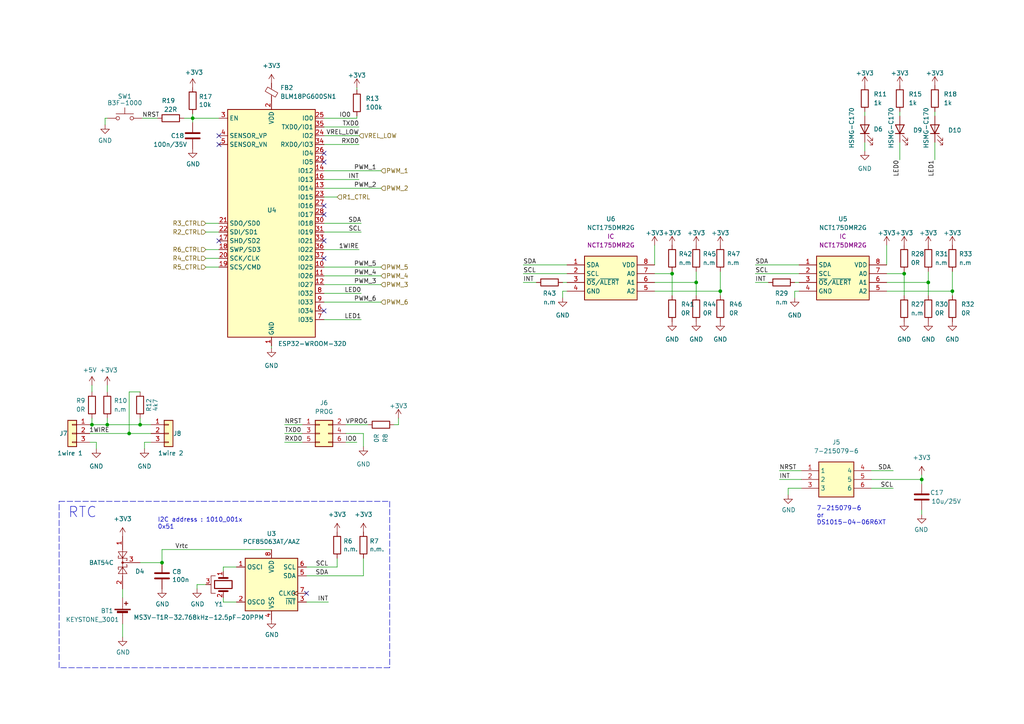
<source format=kicad_sch>
(kicad_sch (version 20211123) (generator eeschema)
  (paper "A4")
  (lib_symbols
    (symbol "Connector_Generic:Conn_01x03" (pin_names (offset 1.016) hide)
      (property "Reference" "J" (at 0 5.08 0))
      (property "Value" "Conn_01x03" (at 0 -5.08 0))
      (symbol "Conn_01x03_1_1"
        (rectangle (start -1.27 -2.413) (end 0 -2.667) (stroke (width 0.1524)))
        (rectangle (start -1.27 0.127) (end 0 -0.127) (stroke (width 0.1524)))
        (rectangle (start -1.27 2.667) (end 0 2.413) (stroke (width 0.1524)))
        (rectangle (start -1.27 3.81) (end 1.27 -3.81) (stroke (width 0.254)) (fill (type background)))
        (pin passive line (at -5.08 2.54 0) (length 3.81) (name "Pin_1") (number "1"))
        (pin passive line (at -5.08 0 0) (length 3.81) (name "Pin_2") (number "2"))
        (pin passive line (at -5.08 -2.54 0) (length 3.81) (name "Pin_3") (number "3"))
      )
    )
    (symbol "Connector_Generic:Conn_02x03_Odd_Even" (pin_names (offset 1.016) hide)
      (property "Reference" "J" (at 1.27 5.08 0))
      (property "Value" "Conn_02x03_Odd_Even" (at 1.27 -5.08 0))
      (symbol "Conn_02x03_Odd_Even_1_1"
        (rectangle (start -1.27 -2.413) (end 0 -2.667) (stroke (width 0.1524)))
        (rectangle (start -1.27 0.127) (end 0 -0.127) (stroke (width 0.1524)))
        (rectangle (start -1.27 2.667) (end 0 2.413) (stroke (width 0.1524)))
        (rectangle (start -1.27 3.81) (end 3.81 -3.81) (stroke (width 0.254)) (fill (type background)))
        (rectangle (start 3.81 -2.413) (end 2.54 -2.667) (stroke (width 0.1524)))
        (rectangle (start 3.81 0.127) (end 2.54 -0.127) (stroke (width 0.1524)))
        (rectangle (start 3.81 2.667) (end 2.54 2.413) (stroke (width 0.1524)))
        (pin passive line (at -5.08 2.54 0) (length 3.81) (name "Pin_1") (number "1"))
        (pin passive line (at 7.62 2.54 180) (length 3.81) (name "Pin_2") (number "2"))
        (pin passive line (at -5.08 0 0) (length 3.81) (name "Pin_3") (number "3"))
        (pin passive line (at 7.62 0 180) (length 3.81) (name "Pin_4") (number "4"))
        (pin passive line (at -5.08 -2.54 0) (length 3.81) (name "Pin_5") (number "5"))
        (pin passive line (at 7.62 -2.54 180) (length 3.81) (name "Pin_6") (number "6"))
      )
    )
    (symbol "Device:Battery_Cell" (pin_numbers hide) (pin_names (offset 0) hide)
      (property "Reference" "BT" (at 2.54 2.54 0))
      (property "Value" "Battery_Cell" (at 2.54 0 0))
      (symbol "Battery_Cell_0_1"
        (rectangle (start -2.286 1.778) (end 2.286 1.524) (fill (type outline)))
        (rectangle (start -1.5748 1.1938) (end 1.4732 0.6858) (fill (type outline)))
        (polyline (pts (xy 0 0.762) (xy 0 0)))
        (polyline (pts (xy 0 1.778) (xy 0 2.54)))
        (polyline (pts (xy 0.508 3.429) (xy 1.524 3.429)) (stroke (width 0.254)))
        (polyline (pts (xy 1.016 3.937) (xy 1.016 2.921)) (stroke (width 0.254)))
      )
      (symbol "Battery_Cell_1_1"
        (pin passive line (at 0 5.08 270) (length 2.54) (name "+") (number "1"))
        (pin passive line (at 0 -2.54 90) (length 2.54) (name "-") (number "2"))
      )
    )
    (symbol "Device:C" (pin_numbers hide) (pin_names (offset 0.254))
      (property "Reference" "C" (at 0.635 2.54 0))
      (property "Value" "C" (at 0.635 -2.54 0))
      (symbol "C_0_1"
        (polyline (pts (xy -2.032 -0.762) (xy 2.032 -0.762)) (stroke (width 0.508)))
        (polyline (pts (xy -2.032 0.762) (xy 2.032 0.762)) (stroke (width 0.508)))
      )
      (symbol "C_1_1"
        (pin passive line (at 0 3.81 270) (length 2.794) (name "~") (number "1"))
        (pin passive line (at 0 -3.81 90) (length 2.794) (name "~") (number "2"))
      )
    )
    (symbol "Device:Crystal_GND3" (pin_names (offset 1.016) hide)
      (property "Reference" "Y" (at 0 5.715 0))
      (property "Value" "Crystal_GND3" (at 0 3.81 0))
      (symbol "Crystal_GND3_0_1"
        (rectangle (start -1.143 2.54) (end 1.143 -2.54) (stroke (width 0.3048)))
        (polyline (pts (xy -2.54 0) (xy -1.905 0)))
        (polyline (pts (xy -1.905 -1.27) (xy -1.905 1.27)) (stroke (width 0.508)))
        (polyline (pts (xy 0 -3.81) (xy 0 -3.556)))
        (polyline (pts (xy 1.905 0) (xy 2.54 0)))
        (polyline (pts (xy 1.905 1.27) (xy 1.905 -1.27)) (stroke (width 0.508)))
        (polyline (pts (xy -2.54 -2.286) (xy -2.54 -3.556) (xy 2.54 -3.556) (xy 2.54 -2.286)))
      )
      (symbol "Crystal_GND3_1_1"
        (pin passive line (at -3.81 0 0) (length 1.27) (name "1") (number "1"))
        (pin passive line (at 3.81 0 180) (length 1.27) (name "2") (number "2"))
        (pin passive line (at 0 -5.08 90) (length 1.27) (name "3") (number "3"))
      )
    )
    (symbol "Device:FerriteBead_Small" (pin_numbers hide) (pin_names (offset 0))
      (property "Reference" "FB" (at 1.905 1.27 0))
      (property "Value" "FerriteBead_Small" (at 1.905 -1.27 0))
      (symbol "FerriteBead_Small_0_1"
        (polyline (pts (xy 0 -1.27) (xy 0 -0.7874)))
        (polyline (pts (xy 0 0.889) (xy 0 1.2954)))
        (polyline (pts (xy -1.8288 0.2794) (xy -1.1176 1.4986) (xy 1.8288 -0.2032) (xy 1.1176 -1.4224) (xy -1.8288 0.2794)))
      )
      (symbol "FerriteBead_Small_1_1"
        (pin passive line (at 0 2.54 270) (length 1.27) (name "~") (number "1"))
        (pin passive line (at 0 -2.54 90) (length 1.27) (name "~") (number "2"))
      )
    )
    (symbol "Device:LED" (pin_numbers hide) (pin_names (offset 1.016) hide)
      (property "Reference" "D" (at 0 2.54 0))
      (property "Value" "LED" (at 0 -2.54 0))
      (symbol "LED_0_1"
        (polyline (pts (xy -1.27 -1.27) (xy -1.27 1.27)) (stroke (width 0.254)))
        (polyline (pts (xy -1.27 0) (xy 1.27 0)))
        (polyline (pts (xy 1.27 -1.27) (xy 1.27 1.27) (xy -1.27 0) (xy 1.27 -1.27)) (stroke (width 0.254)))
        (polyline (pts (xy -3.048 -0.762) (xy -4.572 -2.286) (xy -3.81 -2.286) (xy -4.572 -2.286) (xy -4.572 -1.524)))
        (polyline (pts (xy -1.778 -0.762) (xy -3.302 -2.286) (xy -2.54 -2.286) (xy -3.302 -2.286) (xy -3.302 -1.524)))
      )
      (symbol "LED_1_1"
        (pin passive line (at -3.81 0 0) (length 2.54) (name "K") (number "1"))
        (pin passive line (at 3.81 0 180) (length 2.54) (name "A") (number "2"))
      )
    )
    (symbol "Device:R" (pin_numbers hide) (pin_names (offset 0))
      (property "Reference" "R" (at 2.032 0 90))
      (property "Value" "R" (at 0 0 90))
      (symbol "R_0_1"
        (rectangle (start -1.016 -2.54) (end 1.016 2.54) (stroke (width 0.254)))
      )
      (symbol "R_1_1"
        (pin passive line (at 0 3.81 270) (length 1.27) (name "~") (number "1"))
        (pin passive line (at 0 -3.81 90) (length 1.27) (name "~") (number "2"))
      )
    )
    (symbol "Diode:BAT54C" (pin_names (offset 1.016))
      (property "Reference" "D" (at 0.635 -3.81 0))
      (property "Value" "BAT54C" (at -6.35 3.175 0))
      (symbol "BAT54C_0_1"
        (polyline (pts (xy -1.905 0) (xy 1.905 0)))
        (polyline (pts (xy -1.905 1.27) (xy -1.905 1.016)))
        (polyline (pts (xy -1.27 -1.27) (xy -0.635 -1.27)))
        (polyline (pts (xy -1.27 0) (xy -3.81 0)))
        (polyline (pts (xy -1.27 1.27) (xy -1.905 1.27)))
        (polyline (pts (xy -1.27 1.27) (xy -1.27 -1.27)))
        (polyline (pts (xy -0.635 -1.27) (xy -0.635 -1.016)))
        (polyline (pts (xy 0.635 -1.27) (xy 0.635 -1.016)))
        (polyline (pts (xy 1.27 -1.27) (xy 0.635 -1.27)))
        (polyline (pts (xy 1.27 1.27) (xy 1.27 -1.27)))
        (polyline (pts (xy 1.27 1.27) (xy 1.905 1.27)))
        (polyline (pts (xy 1.905 1.27) (xy 1.905 1.016)))
        (polyline (pts (xy 3.81 0) (xy 1.27 0)))
        (polyline (pts (xy -3.175 -1.27) (xy -3.175 1.27) (xy -1.27 0) (xy -3.175 -1.27)))
        (polyline (pts (xy 3.175 -1.27) (xy 3.175 1.27) (xy 1.27 0) (xy 3.175 -1.27)))
        (circle (center 0 0) (radius 0.254) (fill (type outline)))
      )
      (symbol "BAT54C_1_1"
        (pin passive line (at -7.62 0 0) (length 3.81) (name "~") (number "1"))
        (pin passive line (at 7.62 0 180) (length 3.81) (name "~") (number "2"))
        (pin passive line (at 0 -5.08 90) (length 5.08) (name "~") (number "3"))
      )
    )
    (symbol "RF_Module:ESP32-WROOM-32D"
      (property "Reference" "U" (at -12.7 34.29 0))
      (property "Value" "ESP32-WROOM-32D" (at 1.27 34.29 0))
      (symbol "ESP32-WROOM-32D_0_1"
        (rectangle (start -12.7 33.02) (end 12.7 -33.02) (stroke (width 0.254)) (fill (type background)))
      )
      (symbol "ESP32-WROOM-32D_1_1"
        (pin power_in line (at 0 -35.56 90) (length 2.54) (name "GND") (number "1"))
        (pin bidirectional line (at 15.24 -12.7 180) (length 2.54) (name "IO25") (number "10"))
        (pin bidirectional line (at 15.24 -15.24 180) (length 2.54) (name "IO26") (number "11"))
        (pin bidirectional line (at 15.24 -17.78 180) (length 2.54) (name "IO27") (number "12"))
        (pin bidirectional line (at 15.24 10.16 180) (length 2.54) (name "IO14") (number "13"))
        (pin bidirectional line (at 15.24 15.24 180) (length 2.54) (name "IO12") (number "14"))
        (pin passive line (at 0 -35.56 90) (length 2.54) hide (name "GND") (number "15"))
        (pin bidirectional line (at 15.24 12.7 180) (length 2.54) (name "IO13") (number "16"))
        (pin bidirectional line (at -15.24 -5.08 0) (length 2.54) (name "SHD/SD2") (number "17"))
        (pin bidirectional line (at -15.24 -7.62 0) (length 2.54) (name "SWP/SD3") (number "18"))
        (pin bidirectional line (at -15.24 -12.7 0) (length 2.54) (name "SCS/CMD") (number "19"))
        (pin power_in line (at 0 35.56 270) (length 2.54) (name "VDD") (number "2"))
        (pin bidirectional line (at -15.24 -10.16 0) (length 2.54) (name "SCK/CLK") (number "20"))
        (pin bidirectional line (at -15.24 0 0) (length 2.54) (name "SDO/SD0") (number "21"))
        (pin bidirectional line (at -15.24 -2.54 0) (length 2.54) (name "SDI/SD1") (number "22"))
        (pin bidirectional line (at 15.24 7.62 180) (length 2.54) (name "IO15") (number "23"))
        (pin bidirectional line (at 15.24 25.4 180) (length 2.54) (name "IO2") (number "24"))
        (pin bidirectional line (at 15.24 30.48 180) (length 2.54) (name "IO0") (number "25"))
        (pin bidirectional line (at 15.24 20.32 180) (length 2.54) (name "IO4") (number "26"))
        (pin bidirectional line (at 15.24 5.08 180) (length 2.54) (name "IO16") (number "27"))
        (pin bidirectional line (at 15.24 2.54 180) (length 2.54) (name "IO17") (number "28"))
        (pin bidirectional line (at 15.24 17.78 180) (length 2.54) (name "IO5") (number "29"))
        (pin input line (at -15.24 30.48 0) (length 2.54) (name "EN") (number "3"))
        (pin bidirectional line (at 15.24 0 180) (length 2.54) (name "IO18") (number "30"))
        (pin bidirectional line (at 15.24 -2.54 180) (length 2.54) (name "IO19") (number "31"))
        (pin no_connect line (at -12.7 -27.94 0) (length 2.54) hide (name "NC") (number "32"))
        (pin bidirectional line (at 15.24 -5.08 180) (length 2.54) (name "IO21") (number "33"))
        (pin bidirectional line (at 15.24 22.86 180) (length 2.54) (name "RXD0/IO3") (number "34"))
        (pin bidirectional line (at 15.24 27.94 180) (length 2.54) (name "TXD0/IO1") (number "35"))
        (pin bidirectional line (at 15.24 -7.62 180) (length 2.54) (name "IO22") (number "36"))
        (pin bidirectional line (at 15.24 -10.16 180) (length 2.54) (name "IO23") (number "37"))
        (pin passive line (at 0 -35.56 90) (length 2.54) hide (name "GND") (number "38"))
        (pin passive line (at 0 -35.56 90) (length 2.54) hide (name "GND") (number "39"))
        (pin input line (at -15.24 25.4 0) (length 2.54) (name "SENSOR_VP") (number "4"))
        (pin input line (at -15.24 22.86 0) (length 2.54) (name "SENSOR_VN") (number "5"))
        (pin input line (at 15.24 -25.4 180) (length 2.54) (name "IO34") (number "6"))
        (pin input line (at 15.24 -27.94 180) (length 2.54) (name "IO35") (number "7"))
        (pin bidirectional line (at 15.24 -20.32 180) (length 2.54) (name "IO32") (number "8"))
        (pin bidirectional line (at 15.24 -22.86 180) (length 2.54) (name "IO33") (number "9"))
      )
    )
    (symbol "SIM:7-215079-6"
      (property "Reference" "J" (at 10.16 6.35 0))
      (property "Value" "7-215079-6" (at 10.16 3.81 0))
      (symbol "7-215079-6_1_1"
        (rectangle (start 5.08 2.54) (end 15.24 -7.62) (stroke (width 0.254)) (fill (type background)))
        (pin passive line (at 0 0 0) (length 5.08) (name "1") (number "1"))
        (pin passive line (at 0 -2.54 0) (length 5.08) (name "2") (number "2"))
        (pin passive line (at 0 -5.08 0) (length 5.08) (name "3") (number "3"))
        (pin passive line (at 20.32 0 180) (length 5.08) (name "4") (number "4"))
        (pin passive line (at 20.32 -2.54 180) (length 5.08) (name "5") (number "5"))
        (pin passive line (at 20.32 -5.08 180) (length 5.08) (name "6") (number "6"))
      )
    )
    (symbol "SIM:NCT175DMR2G"
      (property "Reference" "U" (at 12.7 6.35 0))
      (property "Value" "NCT175DMR2G" (at 12.7 3.81 0))
      (symbol "NCT175DMR2G_1_1"
        (rectangle (start 5.08 2.54) (end 20.32 -10.16) (stroke (width 0.254)) (fill (type background)))
        (pin passive line (at 0 0 0) (length 5.08) (name "SDA") (number "1"))
        (pin passive line (at 0 -2.54 0) (length 5.08) (name "SCL") (number "2"))
        (pin passive line (at 0 -5.08 0) (length 5.08) (name "~{OS}/~{ALERT}") (number "3"))
        (pin power_in line (at 0 -7.62 0) (length 5.08) (name "GND") (number "4"))
        (pin passive line (at 25.4 -7.62 180) (length 5.08) (name "A2") (number "5"))
        (pin passive line (at 25.4 -5.08 180) (length 5.08) (name "A1") (number "6"))
        (pin passive line (at 25.4 -2.54 180) (length 5.08) (name "A0") (number "7"))
        (pin power_in line (at 25.4 0 180) (length 5.08) (name "VDD") (number "8"))
      )
    )
    (symbol "Switch:SW_MEC_5G" (pin_numbers hide) (pin_names (offset 1.016) hide)
      (property "Reference" "SW" (at 1.27 2.54 0))
      (property "Value" "SW_MEC_5G" (at 0 -1.524 0))
      (symbol "SW_MEC_5G_0_1"
        (circle (center -2.032 0) (radius 0.508))
        (polyline (pts (xy 0 1.27) (xy 0 3.048)))
        (polyline (pts (xy 2.54 1.27) (xy -2.54 1.27)))
        (circle (center 2.032 0) (radius 0.508))
        (pin passive line (at -5.08 0 0) (length 2.54) (name "A") (number "1"))
        (pin passive line (at 5.08 0 180) (length 2.54) (name "B") (number "3"))
      )
      (symbol "SW_MEC_5G_1_1"
        (pin passive line (at -5.08 0 0) (length 2.54) hide (name "A") (number "2"))
        (pin passive line (at 5.08 0 180) (length 2.54) hide (name "B") (number "4"))
      )
    )
    (symbol "Timer_RTC:PCF8563T"
      (property "Reference" "U" (at -7.62 8.89 0))
      (property "Value" "PCF8563T" (at 2.54 8.89 0))
      (symbol "PCF8563T_0_1"
        (rectangle (start -7.62 7.62) (end 7.62 -7.62) (stroke (width 0.254)) (fill (type background)))
      )
      (symbol "PCF8563T_1_1"
        (pin input line (at -10.16 5.08 0) (length 2.54) (name "OSCI") (number "1"))
        (pin output line (at -10.16 -5.08 0) (length 2.54) (name "OSCO") (number "2"))
        (pin output line (at 10.16 -5.08 180) (length 2.54) (name "~{INT}") (number "3"))
        (pin power_in line (at 0 -10.16 90) (length 2.54) (name "VSS") (number "4"))
        (pin bidirectional line (at 10.16 2.54 180) (length 2.54) (name "SDA") (number "5"))
        (pin input line (at 10.16 5.08 180) (length 2.54) (name "SCL") (number "6"))
        (pin output clock (at 10.16 -2.54 180) (length 2.54) (name "CLKO") (number "7"))
        (pin power_in line (at 0 10.16 270) (length 2.54) (name "VDD") (number "8"))
      )
    )
    (symbol "power:+3V3" (power) (pin_names (offset 0))
      (property "Value" "+3V3" (at 0 3.556 0))
      (symbol "+3V3_0_1"
        (polyline (pts (xy -0.762 1.27) (xy 0 2.54)))
        (polyline (pts (xy 0 0) (xy 0 2.54)))
        (polyline (pts (xy 0 2.54) (xy 0.762 1.27)))
      )
      (symbol "+3V3_1_1"
        (pin power_in line (at 0 0 90) (length 0) hide (name "+3V3") (number "1"))
      )
    )
    (symbol "power:+5V" (power) (pin_names (offset 0))
      (property "Value" "+5V" (at 0 3.556 0))
      (symbol "+5V_0_1"
        (polyline (pts (xy -0.762 1.27) (xy 0 2.54)))
        (polyline (pts (xy 0 0) (xy 0 2.54)))
        (polyline (pts (xy 0 2.54) (xy 0.762 1.27)))
      )
      (symbol "+5V_1_1"
        (pin power_in line (at 0 0 90) (length 0) hide (name "+5V") (number "1"))
      )
    )
    (symbol "power:GND" (power) (pin_names (offset 0))
      (property "Value" "GND" (at 0 -3.81 0))
      (symbol "GND_0_1"
        (polyline (pts (xy 0 0) (xy 0 -1.27) (xy 1.27 -1.27) (xy 0 -2.54) (xy -1.27 -1.27) (xy 0 -1.27)))
      )
      (symbol "GND_1_1"
        (pin power_in line (at 0 0 270) (length 0) hide (name "GND") (number "1"))
      )
    )
  )
  (junction (at 31.115 123.19))
  (junction (at 37.465 125.73))
  (junction (at 194.945 79.375))
  (junction (at 26.67 123.19))
  (junction (at 201.93 81.915))
  (junction (at 262.255 79.375))
  (junction (at 46.99 163.195))
  (junction (at 276.225 84.455))
  (junction (at 267.335 139.065))
  (junction (at 55.88 34.29))
  (junction (at 208.915 84.455))
  (junction (at 269.24 81.915))
  (junction (at 40.64 123.19))
  (no_connect (at 63.5 39.37))
  (no_connect (at 63.5 69.85))
  (no_connect (at 93.98 69.85))
  (no_connect (at 93.98 74.93))
  (no_connect (at 93.98 59.69))
  (no_connect (at 93.98 44.45))
  (no_connect (at 93.98 90.17))
  (no_connect (at 93.98 62.23))
  (no_connect (at 63.5 41.91))
  (no_connect (at 93.98 46.99))
  (no_connect (at 88.9 172.085))
  (polyline (pts (xy 17.145 193.675) (xy 17.145 145.415)))
  (wire (pts (xy 230.505 84.455) (xy 230.505 86.36)))
  (polyline (pts (xy 113.03 145.415) (xy 113.03 193.675)))
  (wire (pts (xy 40.64 123.19) (xy 43.815 123.19)))
  (wire (pts (xy 100.33 123.19) (xy 106.68 123.19)))
  (wire (pts (xy 262.255 79.375) (xy 262.255 85.725)))
  (wire (pts (xy 219.075 79.375) (xy 231.775 79.375)))
  (wire (pts (xy 260.985 33.655) (xy 260.985 32.385)))
  (wire (pts (xy 164.465 84.455) (xy 163.195 84.455)))
  (wire (pts (xy 57.15 170.815) (xy 57.15 169.545)))
  (wire (pts (xy 78.74 100.965) (xy 78.74 100.33)))
  (wire (pts (xy 93.98 54.61) (xy 110.49 54.61)))
  (wire (pts (xy 93.98 87.63) (xy 110.49 87.63)))
  (wire (pts (xy 115.57 121.285) (xy 115.57 123.19)))
  (wire (pts (xy 151.765 76.835) (xy 164.465 76.835)))
  (wire (pts (xy 103.505 34.29) (xy 93.98 34.29)))
  (wire (pts (xy 257.175 84.455) (xy 276.225 84.455)))
  (wire (pts (xy 31.115 123.19) (xy 40.64 123.19)))
  (wire (pts (xy 271.145 41.275) (xy 271.145 46.355)))
  (wire (pts (xy 93.98 82.55) (xy 110.49 82.55)))
  (wire (pts (xy 189.865 79.375) (xy 194.945 79.375)))
  (wire (pts (xy 257.175 76.835) (xy 257.175 71.12)))
  (wire (pts (xy 252.73 139.065) (xy 267.335 139.065)))
  (wire (pts (xy 104.14 52.07) (xy 93.98 52.07)))
  (wire (pts (xy 93.98 85.09) (xy 104.775 85.09)))
  (wire (pts (xy 103.505 26.035) (xy 103.505 25.4)))
  (wire (pts (xy 231.775 84.455) (xy 230.505 84.455)))
  (wire (pts (xy 93.98 49.53) (xy 110.49 49.53)))
  (wire (pts (xy 26.67 123.19) (xy 31.115 123.19)))
  (wire (pts (xy 93.98 67.31) (xy 104.775 67.31)))
  (wire (pts (xy 59.69 77.47) (xy 63.5 77.47)))
  (polyline (pts (xy 17.145 145.415) (xy 113.03 145.415)))
  (wire (pts (xy 57.15 169.545) (xy 59.69 169.545)))
  (wire (pts (xy 93.98 92.71) (xy 104.775 92.71)))
  (wire (pts (xy 252.73 141.605) (xy 259.08 141.605)))
  (wire (pts (xy 201.93 78.74) (xy 201.93 81.915)))
  (wire (pts (xy 100.33 128.27) (xy 103.505 128.27)))
  (wire (pts (xy 55.88 34.29) (xy 55.88 33.02)))
  (wire (pts (xy 189.865 84.455) (xy 208.915 84.455)))
  (wire (pts (xy 194.945 79.375) (xy 194.945 78.74)))
  (wire (pts (xy 228.6 141.605) (xy 232.41 141.605)))
  (wire (pts (xy 59.69 67.31) (xy 63.5 67.31)))
  (wire (pts (xy 226.06 139.065) (xy 232.41 139.065)))
  (wire (pts (xy 230.505 81.915) (xy 231.775 81.915)))
  (wire (pts (xy 26.035 128.27) (xy 27.94 128.27)))
  (wire (pts (xy 151.765 79.375) (xy 164.465 79.375)))
  (wire (pts (xy 232.41 136.525) (xy 226.06 136.525)))
  (wire (pts (xy 219.075 81.915) (xy 222.885 81.915)))
  (wire (pts (xy 30.48 34.29) (xy 30.48 36.195)))
  (wire (pts (xy 250.825 33.655) (xy 250.825 32.385)))
  (wire (pts (xy 194.945 79.375) (xy 194.945 85.725)))
  (wire (pts (xy 88.9 164.465) (xy 97.79 164.465)))
  (wire (pts (xy 64.77 173.355) (xy 64.77 174.625)))
  (wire (pts (xy 31.115 34.29) (xy 30.48 34.29)))
  (wire (pts (xy 257.175 79.375) (xy 262.255 79.375)))
  (wire (pts (xy 276.225 84.455) (xy 276.225 78.74)))
  (wire (pts (xy 35.56 180.975) (xy 35.56 184.785)))
  (wire (pts (xy 64.77 164.465) (xy 64.77 165.735)))
  (wire (pts (xy 269.24 78.74) (xy 269.24 81.915)))
  (wire (pts (xy 26.035 123.19) (xy 26.67 123.19)))
  (wire (pts (xy 104.14 39.37) (xy 93.98 39.37)))
  (wire (pts (xy 26.67 123.19) (xy 26.67 121.285)))
  (wire (pts (xy 259.08 136.525) (xy 252.73 136.525)))
  (wire (pts (xy 260.985 41.275) (xy 260.985 46.355)))
  (wire (pts (xy 82.55 125.73) (xy 87.63 125.73)))
  (wire (pts (xy 93.98 77.47) (xy 110.49 77.47)))
  (wire (pts (xy 189.865 76.835) (xy 189.865 71.12)))
  (wire (pts (xy 105.41 167.005) (xy 105.41 161.925)))
  (wire (pts (xy 104.14 36.83) (xy 93.98 36.83)))
  (wire (pts (xy 46.99 163.195) (xy 46.99 159.385)))
  (wire (pts (xy 219.075 76.835) (xy 231.775 76.835)))
  (wire (pts (xy 37.465 113.665) (xy 37.465 125.73)))
  (wire (pts (xy 55.88 35.56) (xy 55.88 34.29)))
  (wire (pts (xy 37.465 125.73) (xy 43.815 125.73)))
  (wire (pts (xy 267.335 149.225) (xy 267.335 147.955)))
  (wire (pts (xy 40.64 163.195) (xy 46.99 163.195)))
  (wire (pts (xy 53.34 34.29) (xy 55.88 34.29)))
  (wire (pts (xy 103.505 33.655) (xy 103.505 34.29)))
  (wire (pts (xy 59.69 74.93) (xy 63.5 74.93)))
  (wire (pts (xy 31.115 111.76) (xy 31.115 113.665)))
  (wire (pts (xy 97.79 164.465) (xy 97.79 161.925)))
  (wire (pts (xy 189.865 81.915) (xy 201.93 81.915)))
  (wire (pts (xy 271.145 33.655) (xy 271.145 32.385)))
  (wire (pts (xy 31.115 121.285) (xy 31.115 123.19)))
  (wire (pts (xy 267.335 139.065) (xy 267.335 140.335)))
  (wire (pts (xy 269.24 81.915) (xy 269.24 85.725)))
  (wire (pts (xy 115.57 123.19) (xy 114.3 123.19)))
  (wire (pts (xy 40.64 121.285) (xy 40.64 123.19)))
  (wire (pts (xy 82.55 128.27) (xy 87.63 128.27)))
  (wire (pts (xy 163.195 81.915) (xy 164.465 81.915)))
  (wire (pts (xy 151.765 81.915) (xy 155.575 81.915)))
  (wire (pts (xy 257.175 81.915) (xy 269.24 81.915)))
  (polyline (pts (xy 113.03 193.675) (xy 17.145 193.675)))
  (wire (pts (xy 228.6 141.605) (xy 228.6 143.51)))
  (wire (pts (xy 100.33 125.73) (xy 105.41 125.73)))
  (wire (pts (xy 208.915 84.455) (xy 208.915 78.74)))
  (wire (pts (xy 59.69 72.39) (xy 63.5 72.39)))
  (wire (pts (xy 26.035 125.73) (xy 37.465 125.73)))
  (wire (pts (xy 276.225 84.455) (xy 276.225 85.725)))
  (wire (pts (xy 43.815 128.27) (xy 41.91 128.27)))
  (wire (pts (xy 201.93 81.915) (xy 201.93 85.725)))
  (wire (pts (xy 68.58 174.625) (xy 64.77 174.625)))
  (wire (pts (xy 105.41 125.73) (xy 105.41 129.54)))
  (wire (pts (xy 41.91 128.27) (xy 41.91 130.175)))
  (wire (pts (xy 97.79 57.15) (xy 93.98 57.15)))
  (wire (pts (xy 267.335 139.065) (xy 267.335 137.795)))
  (wire (pts (xy 93.98 64.77) (xy 104.775 64.77)))
  (wire (pts (xy 59.69 64.77) (xy 63.5 64.77)))
  (wire (pts (xy 250.825 41.275) (xy 250.825 43.815)))
  (wire (pts (xy 41.275 34.29) (xy 45.72 34.29)))
  (wire (pts (xy 82.55 123.19) (xy 87.63 123.19)))
  (wire (pts (xy 68.58 164.465) (xy 64.77 164.465)))
  (wire (pts (xy 93.98 80.01) (xy 110.49 80.01)))
  (wire (pts (xy 46.99 159.385) (xy 78.74 159.385)))
  (wire (pts (xy 104.14 41.91) (xy 93.98 41.91)))
  (wire (pts (xy 27.94 128.27) (xy 27.94 130.175)))
  (wire (pts (xy 88.9 167.005) (xy 105.41 167.005)))
  (wire (pts (xy 208.915 84.455) (xy 208.915 85.725)))
  (wire (pts (xy 55.88 34.29) (xy 63.5 34.29)))
  (wire (pts (xy 262.255 79.375) (xy 262.255 78.74)))
  (wire (pts (xy 35.56 173.355) (xy 35.56 170.815)))
  (wire (pts (xy 40.64 113.665) (xy 37.465 113.665)))
  (wire (pts (xy 93.98 72.39) (xy 104.14 72.39)))
  (wire (pts (xy 163.195 84.455) (xy 163.195 86.36)))
  (wire (pts (xy 95.25 174.625) (xy 88.9 174.625)))
  (wire (pts (xy 26.67 111.76) (xy 26.67 113.665)))
  (text "RTC" (at 19.685 150.495 0) (effects (font (size 3 3)) (justify left bottom)))
  (text "I2C address : 1010_001x \n0x51" (at 45.72 153.67 0) (effects (font (size 1.27 1.27)) (justify left bottom)))
  (text "7-215079-6\nor\nDS1015-04-06R6XT" (at 236.855 152.4 0) (effects (font (size 1.27 1.27)) (justify left bottom)))
  (label "PWM_2" (at 109.22 54.61 180))
  (label "NRST" (at 41.275 34.29 0))
  (label "PWM_5" (at 109.22 77.47 180))
  (label "SCL" (at 259.08 141.605 180))
  (label "1WIRE" (at 31.75 125.73 180))
  (label "SDA" (at 258.445 136.525 180))
  (label "SCL" (at 219.075 79.375 0))
  (label "INT" (at 226.06 139.065 0))
  (label "SDA" (at 219.075 76.835 0))
  (label "IO0" (at 98.425 34.29 0))
  (label "VREL_LOW" (at 104.14 39.37 180))
  (label "1WIRE" (at 104.14 72.39 180))
  (label "LED1" (at 271.145 46.355 270))
  (label "TXD0" (at 82.55 125.73 0))
  (label "PWM_3" (at 109.22 82.55 180))
  (label "SCL" (at 104.775 67.31 180))
  (label "INT" (at 95.25 174.625 180))
  (label "SCL" (at 151.765 79.375 0))
  (label "VPROG" (at 106.68 123.19 180))
  (label "INT" (at 151.765 81.915 0))
  (label "PWM_1" (at 109.22 49.53 180))
  (label "SCL" (at 95.25 164.465 180))
  (label "LED0" (at 104.775 85.09 180))
  (label "LED0" (at 260.985 46.355 270))
  (label "SDA" (at 95.25 167.005 180))
  (label "NRST" (at 82.55 123.19 0))
  (label "PWM_6" (at 109.22 87.63 180))
  (label "SDA" (at 104.775 64.77 180))
  (label "Vrtc" (at 50.8 159.385 0))
  (label "PWM_4" (at 109.22 80.01 180))
  (label "RXD0" (at 104.14 41.91 180))
  (label "INT" (at 104.14 52.07 180))
  (label "SDA" (at 151.765 76.835 0))
  (label "INT" (at 219.075 81.915 0))
  (label "TXD0" (at 104.14 36.83 180))
  (label "RXD0" (at 82.55 128.27 0))
  (label "NRST" (at 226.06 136.525 0))
  (label "IO0" (at 103.505 128.27 180))
  (label "LED1" (at 104.775 92.71 180))
  (hierarchical_label "VREL_LOW" (shape input) (at 104.14 39.37 0))
  (hierarchical_label "PWM_2" (shape input) (at 110.49 54.61 0))
  (hierarchical_label "R6_CTRL" (shape input) (at 59.69 72.39 180))
  (hierarchical_label "PWM_3" (shape input) (at 110.49 82.55 0))
  (hierarchical_label "R4_CTRL" (shape input) (at 59.69 74.93 180))
  (hierarchical_label "PWM_4" (shape input) (at 110.49 80.01 0))
  (hierarchical_label "R3_CTRL" (shape input) (at 59.69 64.77 180))
  (hierarchical_label "PWM_6" (shape input) (at 110.49 87.63 0))
  (hierarchical_label "R2_CTRL" (shape input) (at 59.69 67.31 180))
  (hierarchical_label "PWM_5" (shape input) (at 110.49 77.47 0))
  (hierarchical_label "R5_CTRL" (shape input) (at 59.69 77.47 180))
  (hierarchical_label "PWM_1" (shape input) (at 110.49 49.53 0))
  (hierarchical_label "R1_CTRL" (shape input) (at 97.79 57.15 0))
  (symbol (lib_id "Device:R") (at 31.115 117.475 0) (mirror y) (unit 1)
    (property "Reference" "R10" (at 33.02 116.2049 0) (effects (justify right)))
    (property "Value" "n.m" (at 33.02 118.7449 0) (effects (justify right)))
    (property "Footprint" "Resistor_SMD:R_0603_1608Metric_Pad0.98x0.95mm_HandSolder" (effects hide))
  )
  (symbol (lib_id "SIM:NCT175DMR2G") (at 164.465 76.835 0) (unit 1)
    (property "Reference" "U6" (at 177.165 63.5 0))
    (property "Value" "NCT175DMR2G" (at 177.165 66.04 0))
    (property "Footprint" "SIM:SOP65P490X110-8N" (effects hide))
    (property "Reference_1" "IC" (at 177.165 68.58 0))
    (property "Value_1" "NCT175DMR2G" (at 177.165 71.12 0))
    (property "Footprint_1" "SOP65P490X110-8N" (effects hide))
    (property "Datasheet_1" "https://datasheet.datasheetarchive.com/originals/distributors/DKDS-18/341717.pdf" (effects hide))
    (property "Height" "1.1" (effects hide))
    (property "Mouser Part Number" "863-NCT175DMR2G" (effects hide))
    (property "Mouser Price/Stock" "https://www.mouser.co.uk/ProductDetail/ON-Semiconductor/NCT175DMR2G?qs=dbuNSGnowt0Ox6FkOxSRjA%3D%3D" (effects hide))
    (property "Manufacturer_Name" "onsemi" (effects hide))
    (property "Manufacturer_Part_Number" "NCT175DMR2G" (effects hide))
  )
  (symbol (lib_id "Device:Battery_Cell") (at 35.56 178.435 0) (unit 1)
    (property "Reference" "BT1" (at 29.21 177.165 0) (effects (justify left)))
    (property "Value" "KEYSTONE_3001" (at 19.05 179.705 0) (effects (justify left)))
    (property "Footprint" "SIM:BatteryHolder_Keystone_3001_1x12mm" (effects hide))
  )
  (symbol (lib_id "Device:R") (at 110.49 123.19 270) (unit 1)
    (property "Reference" "R8" (at 111.7601 125.73 0) (effects (justify left)))
    (property "Value" "0R" (at 109.2201 125.73 0) (effects (justify left)))
    (property "Footprint" "Resistor_SMD:R_0603_1608Metric_Pad0.98x0.95mm_HandSolder" (effects hide))
  )
  (symbol (lib_id "power:GND") (at 269.24 93.345 0) (unit 1)
    (property "Reference" "#PWR0208" (effects hide))
    (property "Value" "GND" (at 269.24 98.425 0))
  )
  (symbol (lib_id "power:+3V3") (at 189.865 71.12 0) (unit 1)
    (property "Reference" "#PWR0215" (effects hide))
    (property "Value" "+3V3" (at 189.865 67.564 0))
  )
  (symbol (lib_id "power:+3V3") (at 260.985 24.765 0) (unit 1)
    (property "Reference" "#PWR0130" (effects hide))
    (property "Value" "+3V3" (at 260.985 21.209 0))
  )
  (symbol (lib_id "RF_Module:ESP32-WROOM-32D") (at 78.74 64.77 0) (unit 1)
    (property "Reference" "U4" (at 77.47 60.96 0) (effects (justify left)))
    (property "Value" "ESP32-WROOM-32D" (at 80.645 99.695 0) (effects (justify left)))
    (property "Footprint" "RF_Module:ESP32-WROOM-32" (effects hide))
    (property "Datasheet" "https://www.espressif.com/sites/default/files/documentation/esp32-wroom-32d_esp32-wroom-32u_datasheet_en.pdf" (effects hide))
  )
  (symbol (lib_id "power:GND") (at 27.94 130.175 0) (unit 1)
    (property "Reference" "#PWR0131" (effects hide))
    (property "Value" "GND" (at 27.94 135.255 0))
  )
  (symbol (lib_id "power:GND") (at 228.6 143.51 0) (unit 1)
    (property "Reference" "#PWR0204" (effects hide))
    (property "Value" "GND" (at 228.727 147.9042 0))
  )
  (symbol (lib_id "power:GND") (at 201.93 93.345 0) (unit 1)
    (property "Reference" "#PWR0217" (effects hide))
    (property "Value" "GND" (at 201.93 98.425 0))
  )
  (symbol (lib_id "Connector_Generic:Conn_01x03") (at 20.955 125.73 0) (mirror y) (unit 1)
    (property "Reference" "J7" (at 18.415 125.73 0))
    (property "Value" "1wire 1" (at 20.32 131.445 0))
    (property "Footprint" "Connector_JST:JST_PH_B3B-PH-K_1x03_P2.00mm_Vertical" (effects hide))
  )
  (symbol (lib_id "Device:C") (at 267.335 144.145 0) (mirror y) (unit 1)
    (property "Reference" "C17" (at 273.685 142.875 0) (effects (justify left)))
    (property "Value" "10u/25V" (at 278.765 145.415 0) (effects (justify left)))
    (property "Footprint" "Capacitor_SMD:C_1206_3216Metric_Pad1.33x1.80mm_HandSolder" (effects hide))
  )
  (symbol (lib_id "Device:R") (at 208.915 74.93 0) (mirror y) (unit 1)
    (property "Reference" "R47" (at 210.82 73.6599 0) (effects (justify right)))
    (property "Value" "n.m" (at 210.82 76.1999 0) (effects (justify right)))
    (property "Footprint" "Resistor_SMD:R_0402_1005Metric_Pad0.72x0.64mm_HandSolder" (effects hide))
  )
  (symbol (lib_id "Device:LED") (at 260.985 37.465 90) (unit 1)
    (property "Reference" "D9" (at 264.795 37.7824 90) (effects (justify right)))
    (property "Value" "HSMG-C170" (at 258.445 31.115 0) (effects (justify right)))
    (property "Footprint" "LED_SMD:LED_0805_2012Metric_Pad1.15x1.40mm_HandSolder" (effects hide))
  )
  (symbol (lib_id "power:GND") (at 41.91 130.175 0) (mirror y) (unit 1)
    (property "Reference" "#PWR0134" (effects hide))
    (property "Value" "GND" (at 41.91 135.255 0))
  )
  (symbol (lib_id "Connector_Generic:Conn_02x03_Odd_Even") (at 92.71 125.73 0) (unit 1)
    (property "Reference" "J6" (at 93.98 116.84 0))
    (property "Value" "PROG" (at 93.98 119.38 0))
    (property "Footprint" "Connector_PinHeader_1.27mm:PinHeader_2x03_P1.27mm_Vertical" (effects hide))
  )
  (symbol (lib_id "Diode:BAT54C") (at 35.56 163.195 90) (mirror x) (unit 1)
    (property "Reference" "D4" (at 41.91 165.735 90) (effects (justify left)))
    (property "Value" "BAT54C" (at 33.02 163.195 90) (effects (justify left)))
    (property "Footprint" "Package_TO_SOT_SMD:SOT-23" (effects hide))
    (property "Datasheet" "http://www.diodes.com/_files/datasheets/ds11005.pdf" (effects hide))
  )
  (symbol (lib_id "power:GND") (at 208.915 93.345 0) (unit 1)
    (property "Reference" "#PWR0218" (effects hide))
    (property "Value" "GND" (at 208.915 98.425 0))
  )
  (symbol (lib_id "Connector_Generic:Conn_01x03") (at 48.895 125.73 0) (unit 1)
    (property "Reference" "J8" (at 51.435 125.73 0))
    (property "Value" "1wire 2" (at 49.53 131.445 0))
    (property "Footprint" "Connector_JST:JST_PH_B3B-PH-K_1x03_P2.00mm_Vertical" (effects hide))
  )
  (symbol (lib_id "Device:R") (at 269.24 89.535 0) (mirror y) (unit 1)
    (property "Reference" "R30" (at 271.145 88.2649 0) (effects (justify right)))
    (property "Value" "0R" (at 271.145 90.8049 0) (effects (justify right)))
    (property "Footprint" "Resistor_SMD:R_0402_1005Metric_Pad0.72x0.64mm_HandSolder" (effects hide))
  )
  (symbol (lib_id "Device:R") (at 40.64 117.475 0) (unit 1)
    (property "Reference" "R12" (at 43.18 117.475 90))
    (property "Value" "4k7" (at 45.085 117.475 90))
    (property "Footprint" "Resistor_SMD:R_0603_1608Metric_Pad0.98x0.95mm_HandSolder" (effects hide))
  )
  (symbol (lib_id "power:GND") (at 276.225 93.345 0) (unit 1)
    (property "Reference" "#PWR0207" (effects hide))
    (property "Value" "GND" (at 276.225 98.425 0))
  )
  (symbol (lib_id "power:+3V3") (at 201.93 71.12 0) (unit 1)
    (property "Reference" "#PWR0221" (effects hide))
    (property "Value" "+3V3" (at 201.93 67.564 0))
  )
  (symbol (lib_id "Device:C") (at 46.99 167.005 0) (unit 1)
    (property "Reference" "C8" (at 49.911 165.8366 0) (effects (justify left)))
    (property "Value" "100n" (at 49.911 168.148 0) (effects (justify left)))
    (property "Footprint" "Capacitor_SMD:C_0603_1608Metric_Pad1.08x0.95mm_HandSolder" (effects hide))
  )
  (symbol (lib_id "power:GND") (at 57.15 170.815 0) (unit 1)
    (property "Reference" "#PWR0137" (effects hide))
    (property "Value" "GND" (at 57.277 175.2092 0))
  )
  (symbol (lib_id "Device:R") (at 271.145 28.575 0) (unit 1)
    (property "Reference" "R18" (at 273.685 27.3049 0) (effects (justify left)))
    (property "Value" "1k" (at 273.685 29.8449 0) (effects (justify left)))
    (property "Footprint" "Resistor_SMD:R_0603_1608Metric_Pad0.98x0.95mm_HandSolder" (effects hide))
  )
  (symbol (lib_id "Device:C") (at 55.88 39.37 0) (unit 1)
    (property "Reference" "C18" (at 49.53 39.37 0) (effects (justify left)))
    (property "Value" "100n/35V" (at 44.45 41.91 0) (effects (justify left)))
    (property "Footprint" "Capacitor_SMD:C_0603_1608Metric_Pad1.08x0.95mm_HandSolder" (effects hide))
  )
  (symbol (lib_id "Device:R") (at 201.93 89.535 0) (mirror y) (unit 1)
    (property "Reference" "R44" (at 203.835 88.2649 0) (effects (justify right)))
    (property "Value" "0R" (at 203.835 90.8049 0) (effects (justify right)))
    (property "Footprint" "Resistor_SMD:R_0402_1005Metric_Pad0.72x0.64mm_HandSolder" (effects hide))
  )
  (symbol (lib_id "Device:R") (at 208.915 89.535 0) (mirror y) (unit 1)
    (property "Reference" "R46" (at 211.455 88.2649 0) (effects (justify right)))
    (property "Value" "0R" (at 211.455 90.8049 0) (effects (justify right)))
    (property "Footprint" "Resistor_SMD:R_0402_1005Metric_Pad0.72x0.64mm_HandSolder" (effects hide))
  )
  (symbol (lib_id "Device:R") (at 194.945 74.93 0) (mirror y) (unit 1)
    (property "Reference" "R42" (at 196.85 73.6599 0) (effects (justify right)))
    (property "Value" "n.m" (at 196.85 76.1999 0) (effects (justify right)))
    (property "Footprint" "Resistor_SMD:R_0402_1005Metric_Pad0.72x0.64mm_HandSolder" (effects hide))
  )
  (symbol (lib_id "power:+3V3") (at 97.79 154.305 0) (unit 1)
    (property "Reference" "#PWR0124" (effects hide))
    (property "Value" "+3V3" (at 97.79 149.225 0))
  )
  (symbol (lib_id "power:GND") (at 163.195 86.36 0) (unit 1)
    (property "Reference" "#PWR0214" (effects hide))
    (property "Value" "GND" (at 163.195 91.44 0))
  )
  (symbol (lib_id "power:GND") (at 55.88 43.18 0) (unit 1)
    (property "Reference" "#PWR0145" (effects hide))
    (property "Value" "GND" (at 56.007 47.5742 0))
  )
  (symbol (lib_id "power:+3V3") (at 55.88 25.4 0) (unit 1)
    (property "Reference" "#PWR0142" (effects hide))
    (property "Value" "+3V3" (at 56.261 21.0058 0))
  )
  (symbol (lib_id "Device:R") (at 201.93 74.93 0) (mirror y) (unit 1)
    (property "Reference" "R45" (at 203.835 73.6599 0) (effects (justify right)))
    (property "Value" "n.m" (at 203.835 76.1999 0) (effects (justify right)))
    (property "Footprint" "Resistor_SMD:R_0402_1005Metric_Pad0.72x0.64mm_HandSolder" (effects hide))
  )
  (symbol (lib_id "Device:R") (at 269.24 74.93 0) (mirror y) (unit 1)
    (property "Reference" "R31" (at 271.145 73.6599 0) (effects (justify right)))
    (property "Value" "n.m" (at 271.145 76.1999 0) (effects (justify right)))
    (property "Footprint" "Resistor_SMD:R_0402_1005Metric_Pad0.72x0.64mm_HandSolder" (effects hide))
  )
  (symbol (lib_id "power:+3V3") (at 208.915 71.12 0) (unit 1)
    (property "Reference" "#PWR0219" (effects hide))
    (property "Value" "+3V3" (at 208.915 67.564 0))
  )
  (symbol (lib_id "power:+3V3") (at 276.225 71.12 0) (unit 1)
    (property "Reference" "#PWR0211" (effects hide))
    (property "Value" "+3V3" (at 276.225 67.564 0))
  )
  (symbol (lib_id "Device:FerriteBead_Small") (at 78.74 26.67 180) (unit 1)
    (property "Reference" "FB2" (at 81.28 25.438 0) (effects (justify right)))
    (property "Value" "BLM18PG600SN1" (at 81.28 27.978 0) (effects (justify right)))
    (property "Footprint" "Inductor_SMD:L_0603_1608Metric" (effects hide))
  )
  (symbol (lib_id "power:GND") (at 46.99 170.815 0) (unit 1)
    (property "Reference" "#PWR0139" (effects hide))
    (property "Value" "GND" (at 47.117 175.2092 0))
  )
  (symbol (lib_id "power:+3V3") (at 269.24 71.12 0) (unit 1)
    (property "Reference" "#PWR0210" (effects hide))
    (property "Value" "+3V3" (at 269.24 67.564 0))
  )
  (symbol (lib_id "power:+3V3") (at 105.41 154.305 0) (unit 1)
    (property "Reference" "#PWR0122" (effects hide))
    (property "Value" "+3V3" (at 105.41 149.225 0))
  )
  (symbol (lib_id "power:GND") (at 35.56 184.785 0) (unit 1)
    (property "Reference" "#PWR0138" (effects hide))
    (property "Value" "GND" (at 35.687 189.1792 0))
  )
  (symbol (lib_id "power:GND") (at 105.41 129.54 0) (unit 1)
    (property "Reference" "#PWR0123" (effects hide))
    (property "Value" "GND" (at 105.41 134.62 0))
  )
  (symbol (lib_id "power:GND") (at 78.74 100.965 0) (unit 1)
    (property "Reference" "#PWR0146" (effects hide))
    (property "Value" "GND" (at 78.74 106.045 0))
  )
  (symbol (lib_id "power:GND") (at 267.335 149.225 0) (mirror y) (unit 1)
    (property "Reference" "#PWR0205" (effects hide))
    (property "Value" "GND" (at 267.208 153.6192 0))
  )
  (symbol (lib_id "Device:R") (at 276.225 89.535 0) (mirror y) (unit 1)
    (property "Reference" "R32" (at 278.765 88.2649 0) (effects (justify right)))
    (property "Value" "0R" (at 278.765 90.8049 0) (effects (justify right)))
    (property "Footprint" "Resistor_SMD:R_0402_1005Metric_Pad0.72x0.64mm_HandSolder" (effects hide))
  )
  (symbol (lib_id "power:+3V3") (at 115.57 121.285 0) (unit 1)
    (property "Reference" "#PWR0126" (effects hide))
    (property "Value" "+3V3" (at 115.57 117.729 0))
  )
  (symbol (lib_id "power:+3V3") (at 271.145 24.765 0) (unit 1)
    (property "Reference" "#PWR0129" (effects hide))
    (property "Value" "+3V3" (at 271.145 21.209 0))
  )
  (symbol (lib_id "Device:R") (at 260.985 28.575 0) (unit 1)
    (property "Reference" "R15" (at 263.525 27.3049 0) (effects (justify left)))
    (property "Value" "1k" (at 263.525 29.8449 0) (effects (justify left)))
    (property "Footprint" "Resistor_SMD:R_0603_1608Metric_Pad0.98x0.95mm_HandSolder" (effects hide))
  )
  (symbol (lib_id "power:+3V3") (at 267.335 137.795 0) (mirror y) (unit 1)
    (property "Reference" "#PWR0203" (effects hide))
    (property "Value" "+3V3" (at 267.335 132.715 0))
  )
  (symbol (lib_id "power:GND") (at 30.48 36.195 0) (unit 1)
    (property "Reference" "#PWR0141" (effects hide))
    (property "Value" "GND" (at 30.48 40.7575 0))
  )
  (symbol (lib_id "Device:R") (at 103.505 29.845 0) (unit 1)
    (property "Reference" "R13" (at 106.045 28.5749 0) (effects (justify left)))
    (property "Value" "100k" (at 106.045 31.1149 0) (effects (justify left)))
    (property "Footprint" "Resistor_SMD:R_0603_1608Metric_Pad0.98x0.95mm_HandSolder" (effects hide))
  )
  (symbol (lib_id "power:+3V3") (at 103.505 25.4 0) (unit 1)
    (property "Reference" "#PWR0144" (effects hide))
    (property "Value" "+3V3" (at 103.505 21.844 0))
  )
  (symbol (lib_id "Device:R") (at 262.255 89.535 0) (mirror y) (unit 1)
    (property "Reference" "R27" (at 264.16 88.2649 0) (effects (justify right)))
    (property "Value" "n.m" (at 264.16 90.8049 0) (effects (justify right)))
    (property "Footprint" "Resistor_SMD:R_0402_1005Metric_Pad0.72x0.64mm_HandSolder" (effects hide))
  )
  (symbol (lib_id "Device:R") (at 226.695 81.915 90) (mirror x) (unit 1)
    (property "Reference" "R29" (at 226.695 85.09 90))
    (property "Value" "n.m" (at 226.695 87.63 90))
    (property "Footprint" "Resistor_SMD:R_0402_1005Metric_Pad0.72x0.64mm_HandSolder" (effects hide))
  )
  (symbol (lib_id "Device:R") (at 250.825 28.575 0) (unit 1)
    (property "Reference" "R11" (at 253.365 27.3049 0) (effects (justify left)))
    (property "Value" "1k" (at 253.365 29.8449 0) (effects (justify left)))
    (property "Footprint" "Resistor_SMD:R_0603_1608Metric_Pad0.98x0.95mm_HandSolder" (effects hide))
  )
  (symbol (lib_id "power:+3V3") (at 250.825 24.765 0) (unit 1)
    (property "Reference" "#PWR0127" (effects hide))
    (property "Value" "+3V3" (at 250.825 21.209 0))
  )
  (symbol (lib_id "power:+3V3") (at 257.175 71.12 0) (unit 1)
    (property "Reference" "#PWR0213" (effects hide))
    (property "Value" "+3V3" (at 257.175 67.564 0))
  )
  (symbol (lib_id "power:+3V3") (at 35.56 155.575 0) (unit 1)
    (property "Reference" "#PWR0140" (effects hide))
    (property "Value" "+3V3" (at 35.56 150.495 0))
  )
  (symbol (lib_id "Switch:SW_MEC_5G") (at 36.195 34.29 0) (unit 1)
    (property "Reference" "SW1" (at 36.195 27.94 0))
    (property "Value" "B3F-1000" (at 36.195 29.845 0))
    (property "Footprint" "SIM:PTS815SJM250SMTRLFS" (effects hide))
    (property "Datasheet" "http://www.apem.com/int/index.php?controller=attachment&id_attachment=488" (effects hide))
  )
  (symbol (lib_id "power:+5V") (at 26.67 111.76 0) (unit 1)
    (property "Reference" "#PWR0132" (effects hide))
    (property "Value" "+5V" (at 26.035 107.315 0))
  )
  (symbol (lib_id "power:GND") (at 250.825 43.815 0) (unit 1)
    (property "Reference" "#PWR0128" (effects hide))
    (property "Value" "GND" (at 250.825 48.895 0))
  )
  (symbol (lib_id "SIM:NCT175DMR2G") (at 231.775 76.835 0) (unit 1)
    (property "Reference" "U5" (at 244.475 63.5 0))
    (property "Value" "NCT175DMR2G" (at 244.475 66.04 0))
    (property "Footprint" "SIM:SOP65P490X110-8N" (effects hide))
    (property "Reference_1" "IC" (at 244.475 68.58 0))
    (property "Value_1" "NCT175DMR2G" (at 244.475 71.12 0))
    (property "Footprint_1" "SOP65P490X110-8N" (effects hide))
    (property "Datasheet_1" "https://datasheet.datasheetarchive.com/originals/distributors/DKDS-18/341717.pdf" (effects hide))
    (property "Height" "1.1" (effects hide))
    (property "Mouser Part Number" "863-NCT175DMR2G" (effects hide))
    (property "Mouser Price/Stock" "https://www.mouser.co.uk/ProductDetail/ON-Semiconductor/NCT175DMR2G?qs=dbuNSGnowt0Ox6FkOxSRjA%3D%3D" (effects hide))
    (property "Manufacturer_Name" "onsemi" (effects hide))
    (property "Manufacturer_Part_Number" "NCT175DMR2G" (effects hide))
  )
  (symbol (lib_id "Timer_RTC:PCF8563T") (at 78.74 169.545 0) (unit 1)
    (property "Reference" "U3" (at 78.74 154.7876 0))
    (property "Value" "PCF85063AT/AAZ" (at 78.74 157.099 0))
    (property "Footprint" "Package_SO:SOIC-8_3.9x4.9mm_P1.27mm" (effects hide))
    (property "Datasheet" "https://assets.nexperia.com/documents/data-sheet/PCF8563.pdf" (effects hide))
  )
  (symbol (lib_id "power:GND") (at 78.74 179.705 0) (unit 1)
    (property "Reference" "#PWR0125" (effects hide))
    (property "Value" "GND" (at 78.867 184.0992 0))
  )
  (symbol (lib_id "Device:LED") (at 250.825 37.465 90) (unit 1)
    (property "Reference" "D6" (at 253.365 37.465 90) (effects (justify right)))
    (property "Value" "HSMG-C170" (at 247.015 31.115 0) (effects (justify right)))
    (property "Footprint" "LED_SMD:LED_0805_2012Metric_Pad1.15x1.40mm_HandSolder" (effects hide))
  )
  (symbol (lib_id "power:+3V3") (at 194.945 71.12 0) (unit 1)
    (property "Reference" "#PWR0220" (effects hide))
    (property "Value" "+3V3" (at 194.945 67.564 0))
  )
  (symbol (lib_id "Device:R") (at 276.225 74.93 0) (mirror y) (unit 1)
    (property "Reference" "R33" (at 278.13 73.6599 0) (effects (justify right)))
    (property "Value" "n.m" (at 278.13 76.1999 0) (effects (justify right)))
    (property "Footprint" "Resistor_SMD:R_0402_1005Metric_Pad0.72x0.64mm_HandSolder" (effects hide))
  )
  (symbol (lib_id "SIM:7-215079-6") (at 232.41 136.525 0) (unit 1)
    (property "Reference" "J5" (at 242.57 128.27 0))
    (property "Value" "7-215079-6" (at 242.57 130.81 0))
    (property "Footprint" "SIM:7-215079-6" (effects hide))
    (property "Datasheet" "http://www.te.com/commerce/DocumentDelivery/DDEController?Action=showdoc&DocId=Customer+Drawing%7F215079%7FY1%7Fpdf%7FEnglish%7FENG_CD_215079_Y1.pdf%7F7-215079-6" (effects hide))
    (property "Footprint_1" "7-215079-6" (effects hide))
    (property "Mouser Part Number" "571-72150796" (effects hide))
    (property "Mouser Price/Stock" "https://www.mouser.co.uk/ProductDetail/TE-Connectivity/7-215079-6?qs=uJX40y%252BSWqgOp%252BGWCQEN2A%3D%3D" (effects hide))
    (property "Manufacturer_Name" "TE Connectivity" (effects hide))
    (property "Manufacturer_Part_Number" "7-215079-6" (effects hide))
  )
  (symbol (lib_id "power:GND") (at 194.945 93.345 0) (unit 1)
    (property "Reference" "#PWR0216" (effects hide))
    (property "Value" "GND" (at 194.945 98.425 0))
  )
  (symbol (lib_id "power:+3V3") (at 78.74 24.13 0) (unit 1)
    (property "Reference" "#PWR0143" (effects hide))
    (property "Value" "+3V3" (at 78.74 19.05 0))
  )
  (symbol (lib_id "Device:R") (at 26.67 117.475 0) (mirror x) (unit 1)
    (property "Reference" "R9" (at 24.765 116.2049 0) (effects (justify right)))
    (property "Value" "0R" (at 24.765 118.7449 0) (effects (justify right)))
    (property "Footprint" "Resistor_SMD:R_0603_1608Metric_Pad0.98x0.95mm_HandSolder" (effects hide))
  )
  (symbol (lib_id "Device:R") (at 105.41 158.115 0) (unit 1)
    (property "Reference" "R7" (at 107.188 156.9466 0) (effects (justify left)))
    (property "Value" "n.m." (at 107.188 159.258 0) (effects (justify left)))
    (property "Footprint" "Resistor_SMD:R_0603_1608Metric_Pad0.98x0.95mm_HandSolder" (effects hide))
  )
  (symbol (lib_id "Device:R") (at 262.255 74.93 0) (mirror y) (unit 1)
    (property "Reference" "R28" (at 264.16 73.6599 0) (effects (justify right)))
    (property "Value" "0R" (at 264.16 76.1999 0) (effects (justify right)))
    (property "Footprint" "Resistor_SMD:R_0402_1005Metric_Pad0.72x0.64mm_HandSolder" (effects hide))
  )
  (symbol (lib_id "Device:Crystal_GND3") (at 64.77 169.545 270) (unit 1)
    (property "Reference" "Y1" (at 62.23 175.26 90) (effects (justify left)))
    (property "Value" "MS3V-T1R-32.768kHz-12.5pF-20PPM" (at 38.735 179.07 90) (effects (justify left)))
    (property "Footprint" "Crystal:Crystal_SMD_MicroCrystal_MS3V-T1R" (effects hide))
  )
  (symbol (lib_id "Device:R") (at 159.385 81.915 90) (mirror x) (unit 1)
    (property "Reference" "R43" (at 159.385 85.09 90))
    (property "Value" "n.m" (at 159.385 87.63 90))
    (property "Footprint" "Resistor_SMD:R_0402_1005Metric_Pad0.72x0.64mm_HandSolder" (effects hide))
  )
  (symbol (lib_id "power:+3V3") (at 262.255 71.12 0) (unit 1)
    (property "Reference" "#PWR0212" (effects hide))
    (property "Value" "+3V3" (at 262.255 67.564 0))
  )
  (symbol (lib_id "power:GND") (at 230.505 86.36 0) (unit 1)
    (property "Reference" "#PWR0209" (effects hide))
    (property "Value" "GND" (at 230.505 91.44 0))
  )
  (symbol (lib_id "Device:R") (at 55.88 29.21 0) (unit 1)
    (property "Reference" "R17" (at 57.658 28.0416 0) (effects (justify left)))
    (property "Value" "10k" (at 57.658 30.353 0) (effects (justify left)))
    (property "Footprint" "Resistor_SMD:R_0603_1608Metric_Pad0.98x0.95mm_HandSolder" (effects hide))
  )
  (symbol (lib_id "Device:R") (at 49.53 34.29 90) (unit 1)
    (property "Reference" "R19" (at 50.8 29.21 90) (effects (justify left)))
    (property "Value" "22R" (at 51.435 31.75 90) (effects (justify left)))
    (property "Footprint" "Resistor_SMD:R_0603_1608Metric_Pad0.98x0.95mm_HandSolder" (effects hide))
  )
  (symbol (lib_id "power:GND") (at 262.255 93.345 0) (unit 1)
    (property "Reference" "#PWR0206" (effects hide))
    (property "Value" "GND" (at 262.255 98.425 0))
  )
  (symbol (lib_id "power:+3V3") (at 31.115 111.76 0) (unit 1)
    (property "Reference" "#PWR0133" (effects hide))
    (property "Value" "+3V3" (at 31.496 107.3658 0))
  )
  (symbol (lib_id "Device:R") (at 97.79 158.115 0) (unit 1)
    (property "Reference" "R6" (at 99.568 156.9466 0) (effects (justify left)))
    (property "Value" "n.m." (at 99.568 159.258 0) (effects (justify left)))
    (property "Footprint" "Resistor_SMD:R_0603_1608Metric_Pad0.98x0.95mm_HandSolder" (effects hide))
  )
  (symbol (lib_id "Device:LED") (at 271.145 37.465 90) (unit 1)
    (property "Reference" "D10" (at 274.955 37.7824 90) (effects (justify right)))
    (property "Value" "HSMG-C170" (at 268.605 31.115 0) (effects (justify right)))
    (property "Footprint" "LED_SMD:LED_0805_2012Metric_Pad1.15x1.40mm_HandSolder" (effects hide))
  )
  (symbol (lib_id "Device:R") (at 194.945 89.535 0) (mirror y) (unit 1)
    (property "Reference" "R41" (at 197.485 88.2649 0) (effects (justify right)))
    (property "Value" "0R" (at 197.485 90.8049 0) (effects (justify right)))
    (property "Footprint" "Resistor_SMD:R_0402_1005Metric_Pad0.72x0.64mm_HandSolder" (effects hide))
  )
)
</source>
